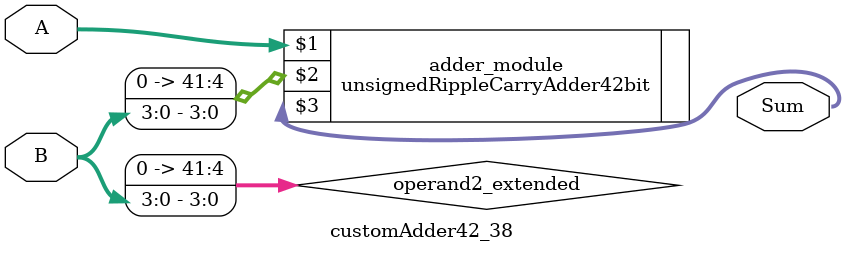
<source format=v>
module customAdder42_38(
                        input [41 : 0] A,
                        input [3 : 0] B,
                        
                        output [42 : 0] Sum
                );

        wire [41 : 0] operand2_extended;
        
        assign operand2_extended =  {38'b0, B};
        
        unsignedRippleCarryAdder42bit adder_module(
            A,
            operand2_extended,
            Sum
        );
        
        endmodule
        
</source>
